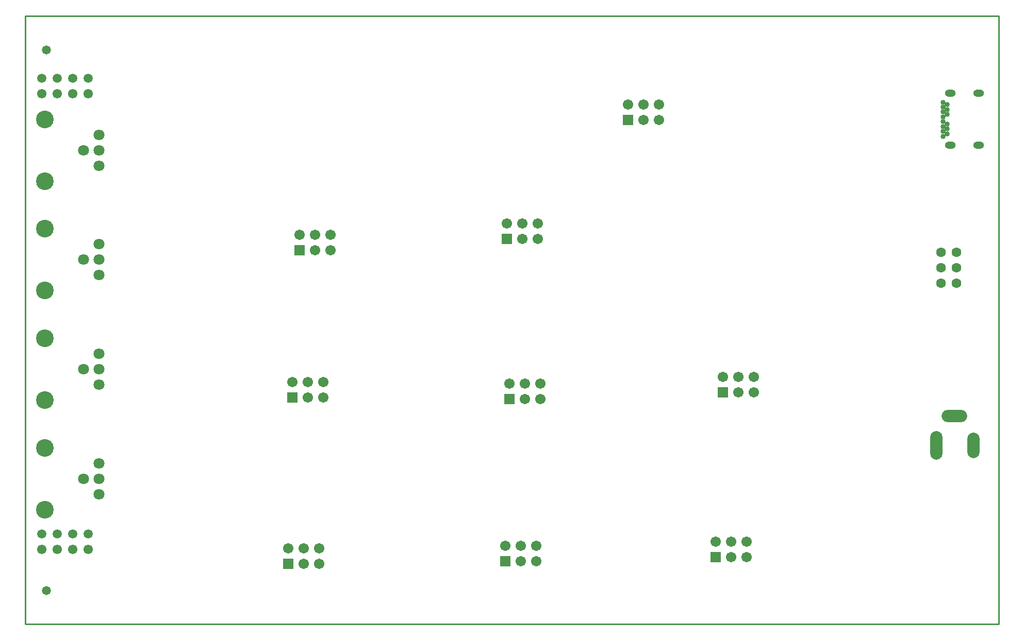
<source format=gbs>
G04*
G04 #@! TF.GenerationSoftware,Altium Limited,Altium Designer,19.1.6 (110)*
G04*
G04 Layer_Color=16711935*
%FSLAX25Y25*%
%MOIN*%
G70*
G01*
G75*
%ADD13C,0.01000*%
%ADD101C,0.11430*%
%ADD102C,0.07099*%
%ADD103C,0.06115*%
%ADD104C,0.05918*%
%ADD105O,0.07887X0.18517*%
%ADD106O,0.16548X0.07887*%
%ADD107O,0.07887X0.16548*%
%ADD108C,0.03359*%
%ADD109O,0.07099X0.04737*%
%ADD110R,0.06706X0.06706*%
%ADD111C,0.06706*%
%ADD112C,0.05800*%
%ADD113C,0.06312*%
D13*
X334646Y531496D02*
X728346D01*
X98819Y137795D02*
Y531496D01*
X472047D01*
X99213Y137795D02*
X492913D01*
X335039D02*
X728346D01*
Y531496D01*
D101*
X111456Y353646D02*
D03*
Y393647D02*
D03*
Y282780D02*
D03*
Y322780D02*
D03*
Y424513D02*
D03*
Y464513D02*
D03*
Y211914D02*
D03*
Y251914D02*
D03*
D102*
X146456Y363647D02*
D03*
Y373646D02*
D03*
Y383646D02*
D03*
X136456Y373646D02*
D03*
X146456Y292780D02*
D03*
Y302780D02*
D03*
Y312780D02*
D03*
X136456Y302780D02*
D03*
X146456Y434513D02*
D03*
Y444513D02*
D03*
Y454513D02*
D03*
X136456Y444513D02*
D03*
X146456Y221914D02*
D03*
Y231914D02*
D03*
Y241914D02*
D03*
X136456Y231914D02*
D03*
D103*
X109449Y186063D02*
D03*
X119449D02*
D03*
X129449D02*
D03*
X139449D02*
D03*
X109409Y481220D02*
D03*
X119409D02*
D03*
X129409D02*
D03*
X139409D02*
D03*
D104*
X109449Y196063D02*
D03*
X119449D02*
D03*
X129449D02*
D03*
X139449D02*
D03*
X109409Y491221D02*
D03*
X119409D02*
D03*
X129409D02*
D03*
X139409D02*
D03*
D105*
X687992Y253543D02*
D03*
D106*
X699409Y272441D02*
D03*
D107*
X711811Y253543D02*
D03*
D108*
X692205Y462992D02*
D03*
Y466142D02*
D03*
Y459842D02*
D03*
Y469291D02*
D03*
Y456693D02*
D03*
Y472441D02*
D03*
Y453543D02*
D03*
Y475591D02*
D03*
X694961Y461417D02*
D03*
Y467717D02*
D03*
Y458268D02*
D03*
Y470866D02*
D03*
Y455118D02*
D03*
Y474016D02*
D03*
D109*
X696732Y481378D02*
D03*
Y447756D02*
D03*
X715354Y481378D02*
D03*
Y447756D02*
D03*
D110*
X488500Y464000D02*
D03*
X545118Y180945D02*
D03*
X409291Y178583D02*
D03*
X549843Y287638D02*
D03*
X271500Y284500D02*
D03*
X268740Y176614D02*
D03*
X412047Y283307D02*
D03*
X410079Y387244D02*
D03*
X276220Y379764D02*
D03*
D111*
X488500Y474000D02*
D03*
X498500Y464000D02*
D03*
Y474000D02*
D03*
X508500Y464000D02*
D03*
Y474000D02*
D03*
X545118Y190945D02*
D03*
X555118Y180945D02*
D03*
Y190945D02*
D03*
X565118Y180945D02*
D03*
Y190945D02*
D03*
X409291Y188583D02*
D03*
X419291Y178583D02*
D03*
Y188583D02*
D03*
X429291Y178583D02*
D03*
Y188583D02*
D03*
X549843Y297638D02*
D03*
X559842Y287638D02*
D03*
Y297638D02*
D03*
X569842Y287638D02*
D03*
Y297638D02*
D03*
X271500Y294500D02*
D03*
X281500Y284500D02*
D03*
Y294500D02*
D03*
X291500Y284500D02*
D03*
Y294500D02*
D03*
X268740Y186614D02*
D03*
X278740Y176614D02*
D03*
Y186614D02*
D03*
X288740Y176614D02*
D03*
Y186614D02*
D03*
X412047Y293307D02*
D03*
X422047Y283307D02*
D03*
Y293307D02*
D03*
X432047Y283307D02*
D03*
Y293307D02*
D03*
X410079Y397244D02*
D03*
X420079Y387244D02*
D03*
Y397244D02*
D03*
X430079Y387244D02*
D03*
Y397244D02*
D03*
X276220Y389764D02*
D03*
X286221Y379764D02*
D03*
Y389764D02*
D03*
X296220Y379764D02*
D03*
Y389764D02*
D03*
D112*
X112425Y159500D02*
D03*
X112400Y509500D02*
D03*
D113*
X701023Y358500D02*
D03*
Y368500D02*
D03*
Y378500D02*
D03*
X691023D02*
D03*
Y368500D02*
D03*
Y358500D02*
D03*
M02*

</source>
